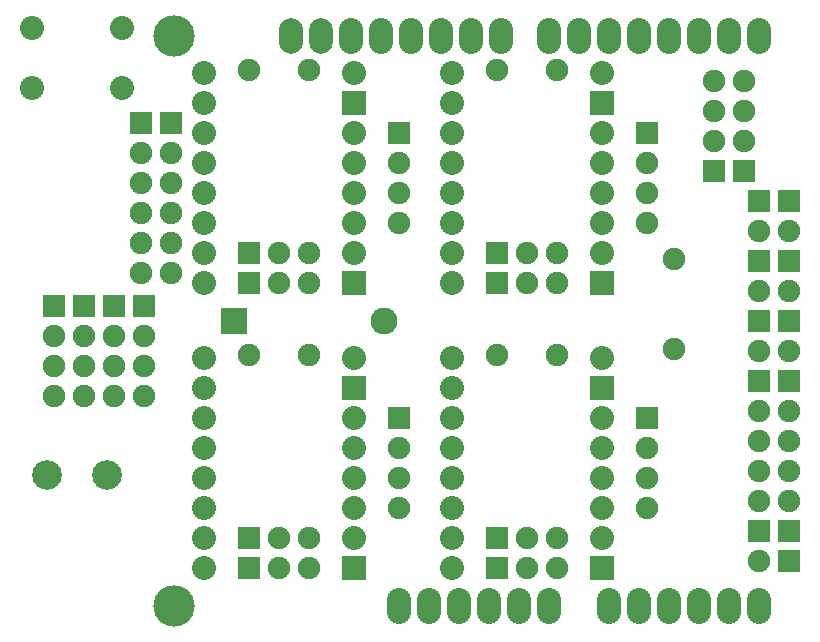
<source format=gbs>
G04 (created by PCBNEW-RS274X (2012-01-19 BZR 3256)-stable) date 1/09/2013 9:30:06 p.m.*
G01*
G70*
G90*
%MOIN*%
G04 Gerber Fmt 3.4, Leading zero omitted, Abs format*
%FSLAX34Y34*%
G04 APERTURE LIST*
%ADD10C,0.006000*%
%ADD11C,0.138100*%
%ADD12O,0.080000X0.120000*%
%ADD13O,0.079100X0.118400*%
%ADD14O,0.080600X0.118400*%
%ADD15R,0.080000X0.080000*%
%ADD16C,0.080000*%
%ADD17R,0.075000X0.075000*%
%ADD18C,0.075000*%
%ADD19C,0.098700*%
%ADD20C,0.090000*%
%ADD21R,0.090000X0.090000*%
G04 APERTURE END LIST*
G54D10*
G54D11*
X24750Y-33500D03*
X24750Y-14500D03*
G54D12*
X44250Y-33500D03*
X43250Y-33500D03*
X42250Y-33500D03*
X39250Y-33500D03*
X40250Y-33500D03*
X41250Y-33500D03*
X37250Y-33500D03*
X36250Y-33500D03*
X35250Y-33500D03*
X33250Y-33500D03*
X32250Y-33500D03*
X44250Y-14500D03*
X43250Y-14500D03*
X42250Y-14500D03*
X41250Y-14500D03*
X40250Y-14500D03*
X39250Y-14500D03*
X38250Y-14500D03*
X37250Y-14500D03*
X35650Y-14500D03*
X34650Y-14500D03*
X33650Y-14500D03*
X32650Y-14500D03*
X31650Y-14500D03*
X30650Y-14500D03*
G54D13*
X29650Y-14500D03*
G54D14*
X28650Y-14500D03*
G54D12*
X34250Y-33500D03*
G54D15*
X30750Y-32250D03*
G54D16*
X30750Y-31250D03*
X30750Y-30250D03*
X30750Y-29250D03*
X30750Y-28250D03*
X30750Y-27250D03*
G54D15*
X30750Y-26250D03*
G54D16*
X30750Y-25250D03*
X25750Y-25250D03*
X25750Y-26250D03*
X25750Y-27250D03*
X25750Y-28250D03*
X25750Y-29250D03*
X25750Y-30250D03*
X25750Y-31250D03*
X25750Y-32250D03*
G54D15*
X39000Y-22750D03*
G54D16*
X39000Y-21750D03*
X39000Y-20750D03*
X39000Y-19750D03*
X39000Y-18750D03*
X39000Y-17750D03*
G54D15*
X39000Y-16750D03*
G54D16*
X39000Y-15750D03*
X34000Y-15750D03*
X34000Y-16750D03*
X34000Y-17750D03*
X34000Y-18750D03*
X34000Y-19750D03*
X34000Y-20750D03*
X34000Y-21750D03*
X34000Y-22750D03*
G54D15*
X30750Y-22750D03*
G54D16*
X30750Y-21750D03*
X30750Y-20750D03*
X30750Y-19750D03*
X30750Y-18750D03*
X30750Y-17750D03*
G54D15*
X30750Y-16750D03*
G54D16*
X30750Y-15750D03*
X25750Y-15750D03*
X25750Y-16750D03*
X25750Y-17750D03*
X25750Y-18750D03*
X25750Y-19750D03*
X25750Y-20750D03*
X25750Y-21750D03*
X25750Y-22750D03*
G54D17*
X27250Y-31250D03*
G54D18*
X28250Y-31250D03*
X29250Y-31250D03*
G54D17*
X35500Y-22750D03*
G54D18*
X36500Y-22750D03*
X37500Y-22750D03*
G54D17*
X35500Y-21750D03*
G54D18*
X36500Y-21750D03*
X37500Y-21750D03*
G54D17*
X27250Y-32250D03*
G54D18*
X28250Y-32250D03*
X29250Y-32250D03*
G54D17*
X27250Y-21750D03*
G54D18*
X28250Y-21750D03*
X29250Y-21750D03*
G54D17*
X27250Y-22750D03*
G54D18*
X28250Y-22750D03*
X29250Y-22750D03*
G54D17*
X45250Y-32000D03*
G54D18*
X44250Y-32000D03*
G54D19*
X22500Y-29150D03*
X20500Y-29150D03*
G54D16*
X20000Y-14250D03*
X23000Y-16250D03*
X20000Y-16250D03*
X23000Y-14250D03*
G54D17*
X32250Y-17750D03*
G54D18*
X32250Y-18750D03*
X32250Y-19750D03*
X32250Y-20750D03*
G54D17*
X40500Y-17750D03*
G54D18*
X40500Y-18750D03*
X40500Y-19750D03*
X40500Y-20750D03*
G54D17*
X32250Y-27250D03*
G54D18*
X32250Y-28250D03*
X32250Y-29250D03*
X32250Y-30250D03*
G54D17*
X45250Y-26000D03*
G54D18*
X45250Y-27000D03*
X45250Y-28000D03*
G54D17*
X44250Y-26000D03*
G54D18*
X44250Y-27000D03*
X44250Y-28000D03*
G54D17*
X45250Y-31000D03*
G54D18*
X45250Y-30000D03*
X45250Y-29000D03*
G54D17*
X44250Y-31000D03*
G54D18*
X44250Y-30000D03*
X44250Y-29000D03*
G54D17*
X45250Y-24000D03*
G54D18*
X45250Y-25000D03*
G54D17*
X45250Y-22000D03*
G54D18*
X45250Y-23000D03*
G54D17*
X45250Y-20000D03*
G54D18*
X45250Y-21000D03*
G54D17*
X44250Y-20000D03*
G54D18*
X44250Y-21000D03*
G54D17*
X44250Y-22000D03*
G54D18*
X44250Y-23000D03*
G54D17*
X44250Y-24000D03*
G54D18*
X44250Y-25000D03*
X29250Y-15650D03*
X27250Y-15650D03*
X37500Y-15650D03*
X35500Y-15650D03*
X29250Y-25150D03*
X27250Y-25150D03*
G54D15*
X39000Y-32250D03*
G54D16*
X39000Y-31250D03*
X39000Y-30250D03*
X39000Y-29250D03*
X39000Y-28250D03*
X39000Y-27250D03*
G54D15*
X39000Y-26250D03*
G54D16*
X39000Y-25250D03*
X34000Y-25250D03*
X34000Y-26250D03*
X34000Y-27250D03*
X34000Y-28250D03*
X34000Y-29250D03*
X34000Y-30250D03*
X34000Y-31250D03*
X34000Y-32250D03*
G54D17*
X20750Y-23500D03*
G54D18*
X20750Y-24500D03*
X20750Y-25500D03*
X20750Y-26500D03*
G54D17*
X23750Y-23500D03*
G54D18*
X23750Y-24500D03*
X23750Y-25500D03*
X23750Y-26500D03*
G54D17*
X21750Y-23500D03*
G54D18*
X21750Y-24500D03*
X21750Y-25500D03*
X21750Y-26500D03*
G54D17*
X22750Y-23500D03*
G54D18*
X22750Y-24500D03*
X22750Y-25500D03*
X22750Y-26500D03*
G54D17*
X40500Y-27250D03*
G54D18*
X40500Y-28250D03*
X40500Y-29250D03*
X40500Y-30250D03*
G54D17*
X35500Y-32250D03*
G54D18*
X36500Y-32250D03*
X37500Y-32250D03*
G54D17*
X35500Y-31250D03*
G54D18*
X36500Y-31250D03*
X37500Y-31250D03*
X37500Y-25150D03*
X35500Y-25150D03*
G54D20*
X31750Y-24000D03*
G54D21*
X26750Y-24000D03*
G54D17*
X43750Y-19000D03*
G54D18*
X43750Y-18000D03*
X43750Y-17000D03*
X43750Y-16000D03*
G54D17*
X42750Y-19000D03*
G54D18*
X42750Y-18000D03*
X42750Y-17000D03*
X42750Y-16000D03*
G54D17*
X23650Y-17400D03*
G54D18*
X23650Y-18400D03*
X23650Y-19400D03*
X23650Y-20400D03*
X23650Y-21400D03*
X23650Y-22400D03*
G54D17*
X24650Y-17400D03*
G54D18*
X24650Y-18400D03*
X24650Y-19400D03*
X24650Y-20400D03*
X24650Y-21400D03*
X24650Y-22400D03*
X41400Y-21950D03*
X41400Y-24950D03*
M02*

</source>
